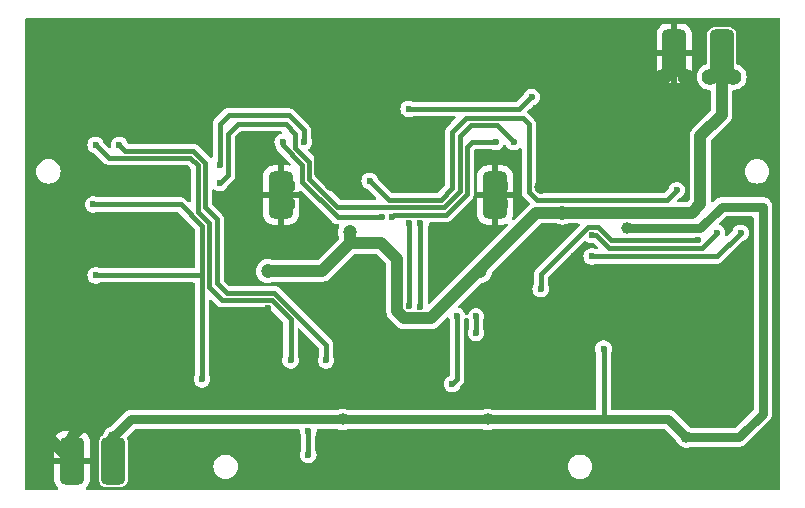
<source format=gbr>
%TF.GenerationSoftware,KiCad,Pcbnew,8.0.3*%
%TF.CreationDate,2024-07-02T20:09:31+01:00*%
%TF.ProjectId,Tims_I2C_Dual_Motor_Driver,54696d73-5f49-4324-935f-4475616c5f4d,rev?*%
%TF.SameCoordinates,Original*%
%TF.FileFunction,Copper,L2,Bot*%
%TF.FilePolarity,Positive*%
%FSLAX46Y46*%
G04 Gerber Fmt 4.6, Leading zero omitted, Abs format (unit mm)*
G04 Created by KiCad (PCBNEW 8.0.3) date 2024-07-02 20:09:31*
%MOMM*%
%LPD*%
G01*
G04 APERTURE LIST*
G04 Aperture macros list*
%AMRoundRect*
0 Rectangle with rounded corners*
0 $1 Rounding radius*
0 $2 $3 $4 $5 $6 $7 $8 $9 X,Y pos of 4 corners*
0 Add a 4 corners polygon primitive as box body*
4,1,4,$2,$3,$4,$5,$6,$7,$8,$9,$2,$3,0*
0 Add four circle primitives for the rounded corners*
1,1,$1+$1,$2,$3*
1,1,$1+$1,$4,$5*
1,1,$1+$1,$6,$7*
1,1,$1+$1,$8,$9*
0 Add four rect primitives between the rounded corners*
20,1,$1+$1,$2,$3,$4,$5,0*
20,1,$1+$1,$4,$5,$6,$7,0*
20,1,$1+$1,$6,$7,$8,$9,0*
20,1,$1+$1,$8,$9,$2,$3,0*%
G04 Aperture macros list end*
%TA.AperFunction,SMDPad,CuDef*%
%ADD10RoundRect,0.400000X-0.600000X1.600000X-0.600000X-1.600000X0.600000X-1.600000X0.600000X1.600000X0*%
%TD*%
%TA.AperFunction,ViaPad*%
%ADD11C,1.400000*%
%TD*%
%TA.AperFunction,ViaPad*%
%ADD12C,1.000000*%
%TD*%
%TA.AperFunction,ViaPad*%
%ADD13C,0.600000*%
%TD*%
%TA.AperFunction,ViaPad*%
%ADD14C,1.200000*%
%TD*%
%TA.AperFunction,Conductor*%
%ADD15C,0.400000*%
%TD*%
%TA.AperFunction,Conductor*%
%ADD16C,1.000000*%
%TD*%
%TA.AperFunction,Conductor*%
%ADD17C,0.800000*%
%TD*%
G04 APERTURE END LIST*
D10*
%TO.P,Pad10,1,1*%
%TO.N,GND*%
X145377500Y-88540000D03*
%TD*%
%TO.P,Pad11,1,1*%
%TO.N,GND*%
X163477500Y-88540000D03*
%TD*%
%TO.P,Pad9,1,1*%
%TO.N,GND*%
X178677500Y-76540000D03*
%TD*%
%TO.P,Pad6,1,1*%
%TO.N,VCC*%
X131177500Y-111040000D03*
%TD*%
%TO.P,Pad8,1,1*%
%TO.N,+VDC*%
X182677500Y-76540000D03*
%TD*%
%TO.P,Pad7,1,1*%
%TO.N,GND*%
X127677500Y-111040000D03*
%TD*%
D11*
%TO.N,GND*%
X129677500Y-78540000D03*
X179677500Y-78540000D03*
X145677500Y-78540000D03*
D12*
X127677500Y-109040000D03*
D11*
X145877500Y-89340000D03*
D13*
X136877500Y-93740000D03*
X170155500Y-93714000D03*
X164677500Y-88540000D03*
D11*
X177677500Y-78540000D03*
X163677500Y-78540000D03*
D13*
X174677500Y-98540000D03*
D14*
X167361500Y-87872000D03*
X149624500Y-87618000D03*
D12*
X171177500Y-106040000D03*
D13*
X158177500Y-88040000D03*
X136877500Y-87740000D03*
D12*
X155677500Y-106040000D03*
D11*
X133677500Y-78540000D03*
D13*
X157177500Y-104040000D03*
D11*
X145877500Y-87740000D03*
X163877500Y-89340000D03*
D13*
X177677500Y-88040000D03*
X146677500Y-88540000D03*
X144277500Y-98140000D03*
D12*
X152477500Y-106040000D03*
D11*
X163877500Y-87740000D03*
D13*
%TO.N,/FWD_REV_A*%
X180677500Y-92340000D03*
X167361500Y-96508000D03*
%TO.N,/MOTOR__A(PWM)*%
X178877500Y-88140000D03*
X152877500Y-87340000D03*
%TO.N,/FWD_REV_B*%
X184277500Y-91740000D03*
X171677500Y-93740000D03*
%TO.N,/MOTOR__B(PWM)*%
X171679500Y-91940000D03*
X182277500Y-91740000D03*
D12*
%TO.N,VCC*%
X162877500Y-107540000D03*
X150597500Y-107540000D03*
X179677500Y-109040000D03*
X174677500Y-91340000D03*
D13*
X156177500Y-81240000D03*
X129677500Y-95340000D03*
D12*
X131177500Y-109040000D03*
D13*
X172677500Y-101540000D03*
X129477500Y-89340000D03*
X166599500Y-80252000D03*
X138677500Y-104140000D03*
%TO.N,/SCL*%
X147677500Y-110540000D03*
X147677500Y-108540000D03*
%TO.N,/STATION_A*%
X146177500Y-102540000D03*
X129677500Y-84290000D03*
%TO.N,/STATION_B*%
X131677500Y-84290000D03*
X149177500Y-102540000D03*
%TO.N,/QUAD_A1*%
X157177500Y-90940000D03*
X157126151Y-97978602D03*
%TO.N,/QUAD_A2*%
X156177500Y-90940000D03*
X156177500Y-97940000D03*
%TO.N,/QUAD_B2*%
X161877500Y-98815000D03*
X161877500Y-100215000D03*
%TO.N,/SWIM*%
X160277500Y-98794000D03*
X159877500Y-104540000D03*
%TO.N,/nFAULT_A*%
X140177500Y-86040000D03*
X147295500Y-84062000D03*
%TO.N,/nFAULT_B*%
X165075500Y-84062000D03*
X140177500Y-87540000D03*
%TO.N,/CURRENT_SENSE_A*%
X153952500Y-90415000D03*
X145517500Y-84062000D03*
%TO.N,/CURRENT_SENSE_B*%
X163551500Y-84062000D03*
X154777500Y-90440000D03*
D14*
%TO.N,+VDC*%
X162253500Y-95013355D03*
X144247500Y-94984000D03*
D11*
X181677500Y-78540000D03*
D14*
X169177500Y-90040000D03*
X151177500Y-91682000D03*
D11*
X183677500Y-78540000D03*
%TD*%
D15*
%TO.N,GND*%
X154477500Y-78540000D02*
X158177500Y-78540000D01*
D16*
X149624500Y-87618000D02*
X148677500Y-86671000D01*
X125477500Y-93740000D02*
X125477500Y-108840000D01*
D15*
X169877500Y-99340000D02*
X169877500Y-106040000D01*
D16*
X148677500Y-78540000D02*
X158177500Y-78540000D01*
X125677500Y-83540000D02*
X127677500Y-85540000D01*
D15*
X154477500Y-84340000D02*
X154477500Y-78540000D01*
D16*
X148677500Y-86671000D02*
X148677500Y-78540000D01*
D15*
X144277500Y-98140000D02*
X144277500Y-106040000D01*
X177677500Y-88040000D02*
X177677500Y-78540000D01*
D16*
X125477500Y-89940000D02*
X125477500Y-93740000D01*
X168885500Y-86348000D02*
X168885500Y-78540000D01*
X129677500Y-78540000D02*
X126677500Y-78540000D01*
D17*
X155677500Y-106040000D02*
X169877500Y-106040000D01*
D16*
X125677500Y-79540000D02*
X125677500Y-83540000D01*
D17*
X155677500Y-106040000D02*
X144277500Y-106040000D01*
X144277500Y-106040000D02*
X130677500Y-106040000D01*
D15*
X174677500Y-98540000D02*
X170677500Y-98540000D01*
D16*
X167361500Y-87872000D02*
X168885500Y-86348000D01*
D15*
X136877500Y-93740000D02*
X125477500Y-93740000D01*
D16*
X126677500Y-78540000D02*
X125677500Y-79540000D01*
D17*
X171177500Y-106040000D02*
X169877500Y-106040000D01*
D15*
X158177500Y-88040000D02*
X154477500Y-84340000D01*
D16*
X158177500Y-78540000D02*
X177677500Y-78540000D01*
D15*
X136877500Y-87740000D02*
X127677500Y-87740000D01*
D17*
X130677500Y-106040000D02*
X127677500Y-109040000D01*
D16*
X127677500Y-85540000D02*
X127677500Y-87740000D01*
X129677500Y-78540000D02*
X148677500Y-78540000D01*
D15*
X170677500Y-98540000D02*
X169877500Y-99340000D01*
D16*
X127677500Y-87740000D02*
X125477500Y-89940000D01*
X125477500Y-108840000D02*
X127677500Y-111040000D01*
D15*
%TO.N,/FWD_REV_A*%
X167361500Y-96508000D02*
X167361500Y-95268050D01*
X167361500Y-95268050D02*
X171389550Y-91240000D01*
X171389550Y-91240000D02*
X172177500Y-91240000D01*
X173277500Y-92340000D02*
X180677500Y-92340000D01*
X172177500Y-91240000D02*
X173277500Y-92340000D01*
%TO.N,/MOTOR__A(PWM)*%
X154477500Y-88940000D02*
X158877500Y-88940000D01*
X178077500Y-88940000D02*
X178877500Y-88140000D01*
X159877500Y-83164000D02*
X161011500Y-82030000D01*
X165837500Y-82030000D02*
X166345500Y-82538000D01*
X166345500Y-88270214D02*
X167015286Y-88940000D01*
X161011500Y-82030000D02*
X165837500Y-82030000D01*
X152877500Y-87340000D02*
X154477500Y-88940000D01*
X158877500Y-88940000D02*
X159877500Y-87940000D01*
X166345500Y-82538000D02*
X166345500Y-88270214D01*
X159877500Y-87940000D02*
X159877500Y-83164000D01*
X167015286Y-88940000D02*
X178077500Y-88940000D01*
%TO.N,/FWD_REV_B*%
X182277500Y-93740000D02*
X184277500Y-91740000D01*
X171677500Y-93740000D02*
X182277500Y-93740000D01*
%TO.N,/MOTOR__B(PWM)*%
X180977500Y-93040000D02*
X182277500Y-91740000D01*
X173128972Y-93040000D02*
X180977500Y-93040000D01*
X172028972Y-91940000D02*
X173128972Y-93040000D01*
X171679500Y-91940000D02*
X172028972Y-91940000D01*
%TO.N,VCC*%
X138677500Y-91140000D02*
X138677500Y-95340000D01*
X129677500Y-95340000D02*
X138677500Y-95340000D01*
D17*
X186177500Y-89540000D02*
X186177500Y-107040000D01*
X186177500Y-107040000D02*
X184177500Y-109040000D01*
D15*
X129477500Y-89340000D02*
X136877500Y-89340000D01*
X166599500Y-80252000D02*
X166543500Y-80252000D01*
D17*
X180877500Y-91340000D02*
X182677500Y-89540000D01*
D15*
X166543500Y-80252000D02*
X165555500Y-81240000D01*
D17*
X182677500Y-89540000D02*
X186177500Y-89540000D01*
X150597500Y-107540000D02*
X132677500Y-107540000D01*
D15*
X172677500Y-101540000D02*
X172677500Y-107540000D01*
X165555500Y-81240000D02*
X156177500Y-81240000D01*
D17*
X162877500Y-107540000D02*
X172677500Y-107540000D01*
X184177500Y-109040000D02*
X179677500Y-109040000D01*
X174677500Y-91340000D02*
X180877500Y-91340000D01*
X178177500Y-107540000D02*
X179677500Y-109040000D01*
D15*
X138677500Y-95340000D02*
X138677500Y-104140000D01*
D17*
X150597500Y-107540000D02*
X162877500Y-107540000D01*
X132677500Y-107540000D02*
X131177500Y-109040000D01*
X172677500Y-107540000D02*
X178177500Y-107540000D01*
D15*
X136877500Y-89340000D02*
X138677500Y-91140000D01*
%TO.N,/SCL*%
X147677500Y-108540000D02*
X147677500Y-110540000D01*
%TO.N,/STATION_A*%
X146177500Y-99050050D02*
X146177500Y-102540000D01*
X137678972Y-85390000D02*
X138327500Y-86038528D01*
X139277500Y-96364000D02*
X140353500Y-97440000D01*
X138327500Y-89941472D02*
X139277500Y-90891472D01*
X139277500Y-90891472D02*
X139277500Y-96364000D01*
X140353500Y-97440000D02*
X144567450Y-97440000D01*
X138327500Y-86038528D02*
X138327500Y-89941472D01*
X129677500Y-84290000D02*
X130777500Y-85390000D01*
X144567450Y-97440000D02*
X146177500Y-99050050D01*
X130777500Y-85390000D02*
X137678972Y-85390000D01*
%TO.N,/STATION_B*%
X140769500Y-96840000D02*
X139929500Y-96000000D01*
X139929500Y-96000000D02*
X139929500Y-90579472D01*
X149177500Y-101201522D02*
X144815978Y-96840000D01*
X139929500Y-90579472D02*
X138927500Y-89577472D01*
X149177500Y-102540000D02*
X149177500Y-101201522D01*
X137927500Y-84790000D02*
X132177500Y-84790000D01*
X138927500Y-85790000D02*
X137927500Y-84790000D01*
X144815978Y-96840000D02*
X140769500Y-96840000D01*
X132177500Y-84790000D02*
X131677500Y-84290000D01*
X138927500Y-89577472D02*
X138927500Y-85790000D01*
%TO.N,/QUAD_A1*%
X157177500Y-97927253D02*
X157177500Y-90940000D01*
X157126151Y-97978602D02*
X157177500Y-97927253D01*
%TO.N,/QUAD_A2*%
X156177500Y-97940000D02*
X156177500Y-90940000D01*
%TO.N,/QUAD_B2*%
X161877500Y-98815000D02*
X161877500Y-100215000D01*
%TO.N,/SWIM*%
X160277500Y-104140000D02*
X159877500Y-104540000D01*
X160277500Y-98794000D02*
X160277500Y-104140000D01*
%TO.N,/nFAULT_A*%
X146025500Y-81776000D02*
X140945500Y-81776000D01*
X140177500Y-82544000D02*
X140177500Y-86040000D01*
X147295500Y-84062000D02*
X147295500Y-83046000D01*
X140945500Y-81776000D02*
X140177500Y-82544000D01*
X147295500Y-83046000D02*
X146025500Y-81776000D01*
%TO.N,/nFAULT_B*%
X140877500Y-83368000D02*
X141707500Y-82538000D01*
X159177500Y-89540000D02*
X160503500Y-88214000D01*
X160503500Y-88214000D02*
X160503500Y-83554000D01*
X140177500Y-87540000D02*
X140877500Y-86840000D01*
X150132286Y-89540000D02*
X159177500Y-89540000D01*
X140877500Y-86840000D02*
X140877500Y-83368000D01*
X147777500Y-87185214D02*
X150132286Y-89540000D01*
X161427500Y-82630000D02*
X163643500Y-82630000D01*
X146577500Y-83344000D02*
X146577500Y-84540000D01*
X146577500Y-84540000D02*
X147777500Y-85740000D01*
X163643500Y-82630000D02*
X165075500Y-84062000D01*
X141707500Y-82538000D02*
X145771500Y-82538000D01*
X145771500Y-82538000D02*
X146577500Y-83344000D01*
X147777500Y-85740000D02*
X147777500Y-87185214D01*
X160503500Y-83554000D02*
X161427500Y-82630000D01*
%TO.N,/CURRENT_SENSE_A*%
X150158758Y-90415000D02*
X147177500Y-87433742D01*
X147177500Y-87433742D02*
X147177500Y-85988528D01*
X147177500Y-85988528D02*
X145517500Y-84328528D01*
X153952500Y-90415000D02*
X150158758Y-90415000D01*
X145517500Y-84328528D02*
X145517500Y-84062000D01*
%TO.N,/CURRENT_SENSE_B*%
X154777500Y-90440000D02*
X154977500Y-90240000D01*
X161519500Y-84062000D02*
X163551500Y-84062000D01*
X159326028Y-90240000D02*
X161103500Y-88462528D01*
X161103500Y-84478000D02*
X161519500Y-84062000D01*
X154977500Y-90240000D02*
X159326028Y-90240000D01*
X161103500Y-88462528D02*
X161103500Y-84478000D01*
D16*
%TO.N,+VDC*%
X162027500Y-94984000D02*
X158032898Y-98978602D01*
X182677500Y-81740000D02*
X180877500Y-83540000D01*
X180877500Y-89340000D02*
X180177500Y-90040000D01*
X183677500Y-78540000D02*
X182677500Y-78540000D01*
X148819500Y-94984000D02*
X144247500Y-94984000D01*
X180177500Y-90040000D02*
X169177500Y-90040000D01*
X155801888Y-98978602D02*
X155177500Y-98354214D01*
X153863500Y-92626000D02*
X151177500Y-92626000D01*
X169177500Y-90040000D02*
X166971500Y-90040000D01*
X151177500Y-92626000D02*
X148819500Y-94984000D01*
X151177500Y-91682000D02*
X151177500Y-92626000D01*
X155177500Y-98354214D02*
X155177500Y-93940000D01*
X182677500Y-78540000D02*
X182677500Y-81740000D01*
X158032898Y-98978602D02*
X155801888Y-98978602D01*
X166971500Y-90040000D02*
X162027500Y-94984000D01*
X180877500Y-83540000D02*
X180877500Y-89340000D01*
X182677500Y-78540000D02*
X181677500Y-78540000D01*
X155177500Y-93940000D02*
X153863500Y-92626000D01*
%TD*%
%TA.AperFunction,Conductor*%
%TO.N,GND*%
G36*
X164373523Y-84269390D02*
G01*
X164422657Y-84319065D01*
X164429442Y-84333924D01*
X164450681Y-84389928D01*
X164450682Y-84389931D01*
X164498271Y-84458874D01*
X164547317Y-84529929D01*
X164640033Y-84612068D01*
X164674650Y-84642736D01*
X164825273Y-84721789D01*
X164825275Y-84721790D01*
X164990444Y-84762500D01*
X165160556Y-84762500D01*
X165325725Y-84721790D01*
X165476352Y-84642734D01*
X165538773Y-84587433D01*
X165602006Y-84557712D01*
X165671269Y-84566896D01*
X165724573Y-84612068D01*
X165744993Y-84678887D01*
X165745000Y-84680249D01*
X165745000Y-88183544D01*
X165744999Y-88183562D01*
X165744999Y-88349268D01*
X165744998Y-88349268D01*
X165744999Y-88349271D01*
X165785923Y-88501999D01*
X165803603Y-88532621D01*
X165847081Y-88607927D01*
X165864979Y-88638928D01*
X165864981Y-88638931D01*
X165983849Y-88757799D01*
X165983855Y-88757804D01*
X166394344Y-89168293D01*
X166427829Y-89229616D01*
X166422845Y-89299308D01*
X166394344Y-89343655D01*
X165110958Y-90627040D01*
X165049635Y-90660525D01*
X164979943Y-90655541D01*
X164924010Y-90613669D01*
X164899593Y-90548205D01*
X164912793Y-90483062D01*
X164922350Y-90464304D01*
X164971315Y-90281564D01*
X164971315Y-90281563D01*
X164977499Y-90202987D01*
X164977500Y-90202975D01*
X164977500Y-88790000D01*
X163727500Y-88790000D01*
X163727500Y-91040000D01*
X164140476Y-91040000D01*
X164140487Y-91039999D01*
X164219063Y-91033815D01*
X164219064Y-91033815D01*
X164401805Y-90984850D01*
X164420565Y-90975292D01*
X164489234Y-90962396D01*
X164553974Y-90988672D01*
X164594232Y-91045778D01*
X164597224Y-91115584D01*
X164564541Y-91173458D01*
X161328036Y-94409964D01*
X157989681Y-97748319D01*
X157928358Y-97781804D01*
X157858666Y-97776820D01*
X157802733Y-97734948D01*
X157778316Y-97669484D01*
X157778000Y-97660638D01*
X157778000Y-91341800D01*
X157797685Y-91274761D01*
X157799929Y-91271389D01*
X157802318Y-91267930D01*
X157862640Y-91108872D01*
X157881985Y-90949552D01*
X157909607Y-90885375D01*
X157967541Y-90846319D01*
X158005081Y-90840500D01*
X159239359Y-90840500D01*
X159239375Y-90840501D01*
X159246971Y-90840501D01*
X159405082Y-90840501D01*
X159405085Y-90840501D01*
X159557813Y-90799577D01*
X159627261Y-90759481D01*
X159694744Y-90720520D01*
X159806548Y-90608716D01*
X159806548Y-90608714D01*
X159816752Y-90598511D01*
X159816756Y-90598506D01*
X160212275Y-90202987D01*
X161977500Y-90202987D01*
X161983684Y-90281563D01*
X161983684Y-90281564D01*
X162032650Y-90464307D01*
X162118537Y-90632873D01*
X162118538Y-90632875D01*
X162237599Y-90779900D01*
X162384624Y-90898961D01*
X162384626Y-90898962D01*
X162553192Y-90984849D01*
X162735936Y-91033815D01*
X162814512Y-91039999D01*
X162814524Y-91040000D01*
X163227500Y-91040000D01*
X163227500Y-88790000D01*
X161977500Y-88790000D01*
X161977500Y-90202987D01*
X160212275Y-90202987D01*
X161462006Y-88953256D01*
X161462011Y-88953252D01*
X161472214Y-88943048D01*
X161472216Y-88943048D01*
X161584020Y-88831244D01*
X161636989Y-88739499D01*
X161663077Y-88694313D01*
X161704001Y-88541585D01*
X161704001Y-88383471D01*
X161704001Y-88375876D01*
X161704000Y-88375858D01*
X161704000Y-86877012D01*
X161977500Y-86877012D01*
X161977500Y-88290000D01*
X163227500Y-88290000D01*
X163727500Y-88290000D01*
X164977500Y-88290000D01*
X164977500Y-86877024D01*
X164977499Y-86877012D01*
X164971315Y-86798436D01*
X164971315Y-86798435D01*
X164922349Y-86615692D01*
X164836462Y-86447126D01*
X164836461Y-86447124D01*
X164717400Y-86300099D01*
X164570375Y-86181038D01*
X164570373Y-86181037D01*
X164401807Y-86095150D01*
X164219063Y-86046184D01*
X164140487Y-86040000D01*
X163727500Y-86040000D01*
X163727500Y-88290000D01*
X163227500Y-88290000D01*
X163227500Y-86040000D01*
X162814512Y-86040000D01*
X162735936Y-86046184D01*
X162735935Y-86046184D01*
X162553192Y-86095150D01*
X162384626Y-86181037D01*
X162384624Y-86181038D01*
X162237599Y-86300099D01*
X162118538Y-86447124D01*
X162118537Y-86447126D01*
X162032650Y-86615692D01*
X161983684Y-86798435D01*
X161983684Y-86798436D01*
X161977500Y-86877012D01*
X161704000Y-86877012D01*
X161704000Y-84786500D01*
X161723685Y-84719461D01*
X161776489Y-84673706D01*
X161828000Y-84662500D01*
X163157746Y-84662500D01*
X163215371Y-84676703D01*
X163301275Y-84721790D01*
X163466444Y-84762500D01*
X163636556Y-84762500D01*
X163801725Y-84721790D01*
X163887628Y-84676704D01*
X163952349Y-84642736D01*
X163952350Y-84642734D01*
X163952352Y-84642734D01*
X164079683Y-84529929D01*
X164176318Y-84389930D01*
X164197558Y-84333923D01*
X164239735Y-84278221D01*
X164305333Y-84254163D01*
X164373523Y-84269390D01*
G37*
%TD.AperFunction*%
%TA.AperFunction,Conductor*%
G36*
X187595039Y-73585185D02*
G01*
X187640794Y-73637989D01*
X187652000Y-73689500D01*
X187652000Y-113390500D01*
X187632315Y-113457539D01*
X187579511Y-113503294D01*
X187528000Y-113514500D01*
X128977860Y-113514500D01*
X128910821Y-113494815D01*
X128865066Y-113442011D01*
X128855122Y-113372853D01*
X128884147Y-113309297D01*
X128899824Y-113294134D01*
X128917400Y-113279900D01*
X129036461Y-113132875D01*
X129036462Y-113132873D01*
X129122349Y-112964307D01*
X129171315Y-112781564D01*
X129171315Y-112781563D01*
X129177499Y-112702987D01*
X129177500Y-112702975D01*
X129177500Y-111290000D01*
X126177500Y-111290000D01*
X126177500Y-112702987D01*
X126183684Y-112781563D01*
X126183684Y-112781564D01*
X126232650Y-112964307D01*
X126318537Y-113132873D01*
X126318538Y-113132875D01*
X126437599Y-113279900D01*
X126455176Y-113294134D01*
X126494887Y-113351621D01*
X126497215Y-113421452D01*
X126461420Y-113481456D01*
X126398866Y-113512582D01*
X126377140Y-113514500D01*
X123827000Y-113514500D01*
X123759961Y-113494815D01*
X123714206Y-113442011D01*
X123703000Y-113390500D01*
X123703000Y-109377012D01*
X126177500Y-109377012D01*
X126177500Y-110790000D01*
X127427500Y-110790000D01*
X127927500Y-110790000D01*
X129177500Y-110790000D01*
X129177500Y-109377024D01*
X129177499Y-109377012D01*
X129171315Y-109298436D01*
X129171315Y-109298435D01*
X129122349Y-109115692D01*
X129036462Y-108947126D01*
X129036461Y-108947124D01*
X128917400Y-108800099D01*
X128770375Y-108681038D01*
X128770373Y-108681037D01*
X128601807Y-108595150D01*
X128419063Y-108546184D01*
X128340487Y-108540000D01*
X127927500Y-108540000D01*
X127927500Y-110790000D01*
X127427500Y-110790000D01*
X127427500Y-108540000D01*
X127014512Y-108540000D01*
X126935936Y-108546184D01*
X126935935Y-108546184D01*
X126753192Y-108595150D01*
X126584626Y-108681037D01*
X126584624Y-108681038D01*
X126437599Y-108800099D01*
X126318538Y-108947124D01*
X126318537Y-108947126D01*
X126232650Y-109115692D01*
X126183684Y-109298435D01*
X126183684Y-109298436D01*
X126177500Y-109377012D01*
X123703000Y-109377012D01*
X123703000Y-89340000D01*
X128771855Y-89340000D01*
X128792359Y-89508869D01*
X128792360Y-89508874D01*
X128852682Y-89667931D01*
X128914975Y-89758177D01*
X128949317Y-89807929D01*
X129055005Y-89901560D01*
X129076650Y-89920736D01*
X129227273Y-89999789D01*
X129227275Y-89999790D01*
X129392444Y-90040500D01*
X129562556Y-90040500D01*
X129727725Y-89999790D01*
X129813628Y-89954703D01*
X129871254Y-89940500D01*
X136577403Y-89940500D01*
X136644442Y-89960185D01*
X136665084Y-89976819D01*
X138040681Y-91352416D01*
X138074166Y-91413739D01*
X138077000Y-91440097D01*
X138077000Y-94615500D01*
X138057315Y-94682539D01*
X138004511Y-94728294D01*
X137953000Y-94739500D01*
X130071254Y-94739500D01*
X130013628Y-94725296D01*
X129969959Y-94702376D01*
X129927724Y-94680209D01*
X129762556Y-94639500D01*
X129592444Y-94639500D01*
X129427273Y-94680210D01*
X129276650Y-94759263D01*
X129149316Y-94872072D01*
X129052682Y-95012068D01*
X128992360Y-95171125D01*
X128992359Y-95171130D01*
X128971855Y-95340000D01*
X128992359Y-95508869D01*
X128992360Y-95508874D01*
X129052682Y-95667931D01*
X129080835Y-95708717D01*
X129149317Y-95807929D01*
X129235747Y-95884499D01*
X129276650Y-95920736D01*
X129407364Y-95989340D01*
X129427275Y-95999790D01*
X129592444Y-96040500D01*
X129762556Y-96040500D01*
X129927725Y-95999790D01*
X130013628Y-95954703D01*
X130071254Y-95940500D01*
X137953000Y-95940500D01*
X138020039Y-95960185D01*
X138065794Y-96012989D01*
X138077000Y-96064500D01*
X138077000Y-103738199D01*
X138057315Y-103805238D01*
X138055051Y-103808638D01*
X138052682Y-103812069D01*
X137992360Y-103971125D01*
X137992359Y-103971130D01*
X137971855Y-104140000D01*
X137992359Y-104308869D01*
X137992360Y-104308874D01*
X138052682Y-104467931D01*
X138080835Y-104508717D01*
X138149317Y-104607929D01*
X138233325Y-104682353D01*
X138276650Y-104720736D01*
X138427273Y-104799789D01*
X138427275Y-104799790D01*
X138592444Y-104840500D01*
X138762556Y-104840500D01*
X138927725Y-104799790D01*
X139068197Y-104726064D01*
X139078349Y-104720736D01*
X139078350Y-104720734D01*
X139078352Y-104720734D01*
X139205683Y-104607929D01*
X139302318Y-104467930D01*
X139362640Y-104308872D01*
X139383145Y-104140000D01*
X139362640Y-103971128D01*
X139302318Y-103812070D01*
X139299948Y-103808637D01*
X139298989Y-103805727D01*
X139298831Y-103805426D01*
X139298881Y-103805399D01*
X139278067Y-103742283D01*
X139278000Y-103738199D01*
X139278000Y-97513097D01*
X139297685Y-97446058D01*
X139350489Y-97400303D01*
X139419647Y-97390359D01*
X139483203Y-97419384D01*
X139489676Y-97425411D01*
X139984784Y-97920520D01*
X140121715Y-97999577D01*
X140274443Y-98040501D01*
X140274446Y-98040501D01*
X140440154Y-98040501D01*
X140440170Y-98040500D01*
X144267353Y-98040500D01*
X144334392Y-98060185D01*
X144355034Y-98076819D01*
X145540681Y-99262466D01*
X145574166Y-99323789D01*
X145577000Y-99350147D01*
X145577000Y-102138199D01*
X145557315Y-102205238D01*
X145555051Y-102208638D01*
X145552682Y-102212069D01*
X145492360Y-102371125D01*
X145492359Y-102371130D01*
X145471855Y-102540000D01*
X145492359Y-102708869D01*
X145492360Y-102708874D01*
X145552682Y-102867931D01*
X145614975Y-102958177D01*
X145649317Y-103007929D01*
X145755005Y-103101560D01*
X145776650Y-103120736D01*
X145927273Y-103199789D01*
X145927275Y-103199790D01*
X146092444Y-103240500D01*
X146262556Y-103240500D01*
X146427725Y-103199790D01*
X146507192Y-103158081D01*
X146578349Y-103120736D01*
X146578350Y-103120734D01*
X146578352Y-103120734D01*
X146705683Y-103007929D01*
X146802318Y-102867930D01*
X146862640Y-102708872D01*
X146883145Y-102540000D01*
X146862640Y-102371128D01*
X146802318Y-102212070D01*
X146799948Y-102208637D01*
X146798989Y-102205727D01*
X146798831Y-102205426D01*
X146798881Y-102205399D01*
X146778067Y-102142283D01*
X146778000Y-102138199D01*
X146778000Y-99950619D01*
X146797685Y-99883580D01*
X146850489Y-99837825D01*
X146919647Y-99827881D01*
X146983203Y-99856906D01*
X146989681Y-99862938D01*
X148540681Y-101413938D01*
X148574166Y-101475261D01*
X148577000Y-101501619D01*
X148577000Y-102138199D01*
X148557315Y-102205238D01*
X148555051Y-102208638D01*
X148552682Y-102212069D01*
X148492360Y-102371125D01*
X148492359Y-102371130D01*
X148471855Y-102540000D01*
X148492359Y-102708869D01*
X148492360Y-102708874D01*
X148552682Y-102867931D01*
X148614975Y-102958177D01*
X148649317Y-103007929D01*
X148755005Y-103101560D01*
X148776650Y-103120736D01*
X148927273Y-103199789D01*
X148927275Y-103199790D01*
X149092444Y-103240500D01*
X149262556Y-103240500D01*
X149427725Y-103199790D01*
X149507192Y-103158081D01*
X149578349Y-103120736D01*
X149578350Y-103120734D01*
X149578352Y-103120734D01*
X149705683Y-103007929D01*
X149802318Y-102867930D01*
X149862640Y-102708872D01*
X149883145Y-102540000D01*
X149862640Y-102371128D01*
X149802318Y-102212070D01*
X149799948Y-102208637D01*
X149798989Y-102205727D01*
X149798831Y-102205426D01*
X149798881Y-102205399D01*
X149778067Y-102142283D01*
X149778000Y-102138199D01*
X149778000Y-101290582D01*
X149778001Y-101290569D01*
X149778001Y-101122466D01*
X149764498Y-101072072D01*
X149737077Y-100969738D01*
X149705763Y-100915500D01*
X149658024Y-100832812D01*
X149658018Y-100832804D01*
X145303568Y-96478355D01*
X145303566Y-96478352D01*
X145184695Y-96359481D01*
X145184694Y-96359480D01*
X145097882Y-96309360D01*
X145097882Y-96309359D01*
X145097878Y-96309358D01*
X145047763Y-96280423D01*
X144895035Y-96239499D01*
X144736921Y-96239499D01*
X144729325Y-96239499D01*
X144729309Y-96239500D01*
X141069597Y-96239500D01*
X141002558Y-96219815D01*
X140981916Y-96203181D01*
X140566319Y-95787584D01*
X140532834Y-95726261D01*
X140530000Y-95699903D01*
X140530000Y-90668531D01*
X140530001Y-90668518D01*
X140530001Y-90500417D01*
X140530001Y-90500415D01*
X140489077Y-90347687D01*
X140450119Y-90280210D01*
X140410020Y-90210756D01*
X140402251Y-90202987D01*
X143877500Y-90202987D01*
X143883684Y-90281563D01*
X143883684Y-90281564D01*
X143932650Y-90464307D01*
X144018537Y-90632873D01*
X144018538Y-90632875D01*
X144137599Y-90779900D01*
X144284624Y-90898961D01*
X144284626Y-90898962D01*
X144453192Y-90984849D01*
X144635936Y-91033815D01*
X144714512Y-91039999D01*
X144714524Y-91040000D01*
X145127500Y-91040000D01*
X145627500Y-91040000D01*
X146040476Y-91040000D01*
X146040487Y-91039999D01*
X146119063Y-91033815D01*
X146119064Y-91033815D01*
X146301807Y-90984849D01*
X146470373Y-90898962D01*
X146470375Y-90898961D01*
X146617400Y-90779900D01*
X146736461Y-90632875D01*
X146736462Y-90632873D01*
X146822349Y-90464307D01*
X146871315Y-90281564D01*
X146871315Y-90281563D01*
X146877499Y-90202987D01*
X146877500Y-90202975D01*
X146877500Y-88790000D01*
X145627500Y-88790000D01*
X145627500Y-91040000D01*
X145127500Y-91040000D01*
X145127500Y-88790000D01*
X143877500Y-88790000D01*
X143877500Y-90202987D01*
X140402251Y-90202987D01*
X140298216Y-90098952D01*
X140298215Y-90098951D01*
X140293885Y-90094621D01*
X140293874Y-90094611D01*
X139564319Y-89365056D01*
X139530834Y-89303733D01*
X139528000Y-89277375D01*
X139528000Y-88175967D01*
X139547685Y-88108928D01*
X139600489Y-88063173D01*
X139669647Y-88053229D01*
X139733203Y-88082254D01*
X139734095Y-88083036D01*
X139763322Y-88108928D01*
X139776650Y-88120736D01*
X139910826Y-88191157D01*
X139927275Y-88199790D01*
X140092444Y-88240500D01*
X140262556Y-88240500D01*
X140427725Y-88199790D01*
X140541644Y-88140000D01*
X140578349Y-88120736D01*
X140578350Y-88120734D01*
X140578352Y-88120734D01*
X140705683Y-88007929D01*
X140802318Y-87867930D01*
X140856121Y-87726060D01*
X140884378Y-87682355D01*
X141236006Y-87330728D01*
X141236011Y-87330724D01*
X141246214Y-87320520D01*
X141246216Y-87320520D01*
X141358020Y-87208716D01*
X141437077Y-87071784D01*
X141478000Y-86919057D01*
X141478000Y-86877012D01*
X143877500Y-86877012D01*
X143877500Y-88290000D01*
X145127500Y-88290000D01*
X145127500Y-86040000D01*
X144714512Y-86040000D01*
X144635936Y-86046184D01*
X144635935Y-86046184D01*
X144453192Y-86095150D01*
X144284626Y-86181037D01*
X144284624Y-86181038D01*
X144137599Y-86300099D01*
X144018538Y-86447124D01*
X144018537Y-86447126D01*
X143932650Y-86615692D01*
X143883684Y-86798435D01*
X143883684Y-86798436D01*
X143877500Y-86877012D01*
X141478000Y-86877012D01*
X141478000Y-83668097D01*
X141497685Y-83601058D01*
X141514319Y-83580416D01*
X141919916Y-83174819D01*
X141981239Y-83141334D01*
X142007597Y-83138500D01*
X145315957Y-83138500D01*
X145382996Y-83158185D01*
X145428751Y-83210989D01*
X145438695Y-83280147D01*
X145409670Y-83343703D01*
X145350892Y-83381477D01*
X145345632Y-83382897D01*
X145267273Y-83402210D01*
X145116650Y-83481263D01*
X144989316Y-83594072D01*
X144892682Y-83734068D01*
X144832360Y-83893125D01*
X144832359Y-83893130D01*
X144811855Y-84062000D01*
X144832359Y-84230869D01*
X144832360Y-84230874D01*
X144892682Y-84389930D01*
X144912518Y-84418668D01*
X144930241Y-84457011D01*
X144957922Y-84560311D01*
X144986858Y-84610428D01*
X144986859Y-84610432D01*
X144986860Y-84610432D01*
X145025121Y-84676704D01*
X145036979Y-84697242D01*
X145036981Y-84697245D01*
X145155849Y-84816113D01*
X145155855Y-84816118D01*
X146171047Y-85831310D01*
X146204532Y-85892633D01*
X146199548Y-85962325D01*
X146157676Y-86018258D01*
X146092212Y-86042675D01*
X146073638Y-86042609D01*
X146040490Y-86040000D01*
X145627500Y-86040000D01*
X145627500Y-88290000D01*
X146877500Y-88290000D01*
X146877500Y-88282339D01*
X146897185Y-88215300D01*
X146949989Y-88169545D01*
X147019147Y-88159601D01*
X147082703Y-88188626D01*
X147089181Y-88194658D01*
X149673897Y-90779374D01*
X149673907Y-90779385D01*
X149678237Y-90783715D01*
X149678238Y-90783716D01*
X149790042Y-90895520D01*
X149790044Y-90895521D01*
X149790048Y-90895524D01*
X149926967Y-90974573D01*
X149926974Y-90974577D01*
X150038777Y-91004534D01*
X150079700Y-91015500D01*
X150079701Y-91015500D01*
X150192415Y-91015500D01*
X150259454Y-91035185D01*
X150305209Y-91087989D01*
X150315153Y-91157147D01*
X150301773Y-91197953D01*
X150248688Y-91297267D01*
X150191475Y-91485870D01*
X150172159Y-91682000D01*
X150191475Y-91878129D01*
X150248687Y-92066730D01*
X150262358Y-92092305D01*
X150277000Y-92150759D01*
X150277000Y-92201638D01*
X150257315Y-92268677D01*
X150240681Y-92289319D01*
X148482819Y-94047181D01*
X148421496Y-94080666D01*
X148395138Y-94083500D01*
X144716259Y-94083500D01*
X144657806Y-94068858D01*
X144648693Y-94063987D01*
X144632230Y-94055187D01*
X144443629Y-93997975D01*
X144247500Y-93978659D01*
X144051370Y-93997975D01*
X143862766Y-94055188D01*
X143688967Y-94148086D01*
X143688960Y-94148090D01*
X143536616Y-94273116D01*
X143411590Y-94425460D01*
X143411586Y-94425467D01*
X143318688Y-94599266D01*
X143261475Y-94787870D01*
X143242159Y-94984000D01*
X143261475Y-95180129D01*
X143318688Y-95368733D01*
X143411586Y-95542532D01*
X143411590Y-95542539D01*
X143536616Y-95694883D01*
X143688960Y-95819909D01*
X143688967Y-95819913D01*
X143862766Y-95912811D01*
X143862769Y-95912811D01*
X143862773Y-95912814D01*
X144051368Y-95970024D01*
X144247500Y-95989341D01*
X144443632Y-95970024D01*
X144632227Y-95912814D01*
X144657806Y-95899141D01*
X144716259Y-95884500D01*
X148908193Y-95884500D01*
X148908194Y-95884499D01*
X149082166Y-95849895D01*
X149164106Y-95815953D01*
X149246047Y-95782013D01*
X149355743Y-95708716D01*
X149393536Y-95683464D01*
X151514180Y-93562818D01*
X151575503Y-93529334D01*
X151601861Y-93526500D01*
X153439138Y-93526500D01*
X153506177Y-93546185D01*
X153526819Y-93562819D01*
X154240681Y-94276680D01*
X154274166Y-94338003D01*
X154277000Y-94364361D01*
X154277000Y-98442910D01*
X154311603Y-98616873D01*
X154311604Y-98616877D01*
X154311605Y-98616880D01*
X154323721Y-98646130D01*
X154337379Y-98679102D01*
X154337378Y-98679102D01*
X154337379Y-98679103D01*
X154379484Y-98780756D01*
X154379485Y-98780758D01*
X154438563Y-98869174D01*
X154438564Y-98869175D01*
X154478034Y-98928248D01*
X155227854Y-99678068D01*
X155286924Y-99717535D01*
X155286927Y-99717538D01*
X155375337Y-99776612D01*
X155375341Y-99776615D01*
X155457281Y-99810555D01*
X155539222Y-99844497D01*
X155713191Y-99879101D01*
X155713195Y-99879102D01*
X155713196Y-99879102D01*
X158121591Y-99879102D01*
X158121592Y-99879101D01*
X158295564Y-99844497D01*
X158377504Y-99810555D01*
X158459445Y-99776615D01*
X158459447Y-99776613D01*
X158459450Y-99776612D01*
X158547853Y-99717541D01*
X158547853Y-99717540D01*
X158547857Y-99717538D01*
X158606934Y-99678066D01*
X159383463Y-98901535D01*
X159444784Y-98868052D01*
X159514475Y-98873036D01*
X159570409Y-98914907D01*
X159591537Y-98959536D01*
X159592358Y-98962867D01*
X159592360Y-98962872D01*
X159652682Y-99121930D01*
X159655049Y-99125360D01*
X159656009Y-99128269D01*
X159656168Y-99128572D01*
X159656117Y-99128598D01*
X159676933Y-99191713D01*
X159677000Y-99195800D01*
X159677000Y-103779151D01*
X159657315Y-103846190D01*
X159610627Y-103888947D01*
X159476649Y-103959265D01*
X159349316Y-104072072D01*
X159252682Y-104212068D01*
X159192360Y-104371125D01*
X159192359Y-104371130D01*
X159171855Y-104540000D01*
X159192359Y-104708869D01*
X159192360Y-104708874D01*
X159252682Y-104867931D01*
X159314975Y-104958177D01*
X159349317Y-105007929D01*
X159455005Y-105101560D01*
X159476650Y-105120736D01*
X159627273Y-105199789D01*
X159627275Y-105199790D01*
X159792444Y-105240500D01*
X159962556Y-105240500D01*
X160127725Y-105199790D01*
X160207192Y-105158081D01*
X160278349Y-105120736D01*
X160278350Y-105120734D01*
X160278352Y-105120734D01*
X160405683Y-105007929D01*
X160502318Y-104867930D01*
X160556121Y-104726060D01*
X160584378Y-104682355D01*
X160636006Y-104630728D01*
X160636011Y-104630724D01*
X160646214Y-104620520D01*
X160646216Y-104620520D01*
X160758020Y-104508716D01*
X160837077Y-104371784D01*
X160878000Y-104219057D01*
X160878000Y-99195800D01*
X160897685Y-99128761D01*
X160899929Y-99125389D01*
X160902318Y-99121930D01*
X160957627Y-98976088D01*
X160999803Y-98920388D01*
X161065400Y-98896330D01*
X161133591Y-98911556D01*
X161182724Y-98961232D01*
X161188877Y-98977170D01*
X161189700Y-98976858D01*
X161247246Y-99128598D01*
X161252682Y-99142930D01*
X161255049Y-99146360D01*
X161256009Y-99149269D01*
X161256168Y-99149572D01*
X161256117Y-99149598D01*
X161276933Y-99212713D01*
X161277000Y-99216800D01*
X161277000Y-99813199D01*
X161257315Y-99880238D01*
X161255051Y-99883638D01*
X161252682Y-99887069D01*
X161192360Y-100046125D01*
X161192359Y-100046130D01*
X161171855Y-100215000D01*
X161192359Y-100383869D01*
X161192360Y-100383874D01*
X161252682Y-100542931D01*
X161314975Y-100633177D01*
X161349317Y-100682929D01*
X161455005Y-100776560D01*
X161476650Y-100795736D01*
X161627273Y-100874789D01*
X161627275Y-100874790D01*
X161792444Y-100915500D01*
X161962556Y-100915500D01*
X162127725Y-100874790D01*
X162207722Y-100832804D01*
X162278349Y-100795736D01*
X162278350Y-100795734D01*
X162278352Y-100795734D01*
X162405683Y-100682929D01*
X162502318Y-100542930D01*
X162562640Y-100383872D01*
X162583145Y-100215000D01*
X162562640Y-100046128D01*
X162502318Y-99887070D01*
X162499948Y-99883637D01*
X162498989Y-99880727D01*
X162498831Y-99880426D01*
X162498881Y-99880399D01*
X162478067Y-99817283D01*
X162478000Y-99813199D01*
X162478000Y-99216800D01*
X162497685Y-99149761D01*
X162499929Y-99146389D01*
X162502318Y-99142930D01*
X162562640Y-98983872D01*
X162583145Y-98815000D01*
X162562640Y-98646128D01*
X162557216Y-98631827D01*
X162502317Y-98487068D01*
X162467976Y-98437318D01*
X162405683Y-98347071D01*
X162278352Y-98234266D01*
X162278349Y-98234263D01*
X162127726Y-98155210D01*
X161962556Y-98114500D01*
X161792444Y-98114500D01*
X161627273Y-98155210D01*
X161476650Y-98234263D01*
X161349316Y-98347072D01*
X161252682Y-98487068D01*
X161252682Y-98487069D01*
X161197373Y-98632909D01*
X161155195Y-98688612D01*
X161089598Y-98712669D01*
X161021407Y-98697442D01*
X160972274Y-98647766D01*
X160966129Y-98631827D01*
X160965300Y-98632142D01*
X160902317Y-98466068D01*
X160820178Y-98347071D01*
X160805683Y-98326071D01*
X160678352Y-98213266D01*
X160678349Y-98213263D01*
X160527726Y-98134210D01*
X160438791Y-98112290D01*
X160378411Y-98077134D01*
X160346622Y-98014915D01*
X160353518Y-97945386D01*
X160380783Y-97904214D01*
X162236329Y-96048668D01*
X162297650Y-96015185D01*
X162311848Y-96012948D01*
X162449632Y-95999379D01*
X162638227Y-95942169D01*
X162641350Y-95940500D01*
X162812032Y-95849268D01*
X162812038Y-95849265D01*
X162964383Y-95724238D01*
X163089410Y-95571893D01*
X163182314Y-95398082D01*
X163239524Y-95209487D01*
X163253093Y-95071709D01*
X163279253Y-95006923D01*
X163288806Y-94996192D01*
X167308181Y-90976819D01*
X167369504Y-90943334D01*
X167395862Y-90940500D01*
X168708741Y-90940500D01*
X168767193Y-90955141D01*
X168792773Y-90968814D01*
X168981368Y-91026024D01*
X169177500Y-91045341D01*
X169373632Y-91026024D01*
X169562227Y-90968814D01*
X169587806Y-90955141D01*
X169646259Y-90940500D01*
X170540453Y-90940500D01*
X170607492Y-90960185D01*
X170653247Y-91012989D01*
X170663191Y-91082147D01*
X170634166Y-91145703D01*
X170628134Y-91152180D01*
X168791172Y-92989142D01*
X166992786Y-94787528D01*
X166880981Y-94899332D01*
X166880980Y-94899334D01*
X166839440Y-94971284D01*
X166801923Y-95036265D01*
X166760999Y-95188993D01*
X166760999Y-95188995D01*
X166760999Y-95357096D01*
X166761000Y-95357109D01*
X166761000Y-96106199D01*
X166741315Y-96173238D01*
X166739051Y-96176638D01*
X166736682Y-96180069D01*
X166676360Y-96339125D01*
X166676359Y-96339130D01*
X166655855Y-96508000D01*
X166676359Y-96676869D01*
X166676360Y-96676874D01*
X166736682Y-96835931D01*
X166798975Y-96926177D01*
X166833317Y-96975929D01*
X166939005Y-97069560D01*
X166960650Y-97088736D01*
X167111273Y-97167789D01*
X167111275Y-97167790D01*
X167276444Y-97208500D01*
X167446556Y-97208500D01*
X167611725Y-97167790D01*
X167691192Y-97126081D01*
X167762349Y-97088736D01*
X167762350Y-97088734D01*
X167762352Y-97088734D01*
X167889683Y-96975929D01*
X167986318Y-96835930D01*
X168046640Y-96676872D01*
X168067145Y-96508000D01*
X168046640Y-96339128D01*
X167986318Y-96180070D01*
X167983948Y-96176637D01*
X167982989Y-96173727D01*
X167982831Y-96173426D01*
X167982881Y-96173399D01*
X167962067Y-96110283D01*
X167962000Y-96106199D01*
X167962000Y-95568146D01*
X167981685Y-95501107D01*
X167998314Y-95480470D01*
X171026116Y-92452667D01*
X171087437Y-92419184D01*
X171157129Y-92424168D01*
X171196021Y-92447533D01*
X171278648Y-92520734D01*
X171429275Y-92599790D01*
X171594444Y-92640500D01*
X171764556Y-92640500D01*
X171789458Y-92634362D01*
X171859261Y-92637431D01*
X171906815Y-92667078D01*
X172167556Y-92927819D01*
X172201041Y-92989142D01*
X172196057Y-93058834D01*
X172154185Y-93114767D01*
X172088721Y-93139184D01*
X172079875Y-93139500D01*
X172071254Y-93139500D01*
X172013628Y-93125296D01*
X171969959Y-93102376D01*
X171927724Y-93080209D01*
X171762556Y-93039500D01*
X171592444Y-93039500D01*
X171427273Y-93080210D01*
X171276650Y-93159263D01*
X171149316Y-93272072D01*
X171052682Y-93412068D01*
X170992360Y-93571125D01*
X170992359Y-93571130D01*
X170971855Y-93740000D01*
X170992359Y-93908869D01*
X170992360Y-93908874D01*
X171052682Y-94067931D01*
X171108010Y-94148086D01*
X171149317Y-94207929D01*
X171226921Y-94276680D01*
X171276650Y-94320736D01*
X171359771Y-94364361D01*
X171427275Y-94399790D01*
X171592444Y-94440500D01*
X171762556Y-94440500D01*
X171927725Y-94399790D01*
X172013628Y-94354703D01*
X172071254Y-94340500D01*
X182190831Y-94340500D01*
X182190847Y-94340501D01*
X182198443Y-94340501D01*
X182356554Y-94340501D01*
X182356557Y-94340501D01*
X182509285Y-94299577D01*
X182559404Y-94270639D01*
X182646216Y-94220520D01*
X182758020Y-94108716D01*
X182758020Y-94108714D01*
X182768228Y-94098507D01*
X182768230Y-94098504D01*
X184422622Y-92444111D01*
X184480624Y-92411398D01*
X184527725Y-92399790D01*
X184678352Y-92320734D01*
X184805683Y-92207929D01*
X184902318Y-92067930D01*
X184962640Y-91908872D01*
X184983145Y-91740000D01*
X184962640Y-91571128D01*
X184902318Y-91412070D01*
X184805683Y-91272071D01*
X184678352Y-91159266D01*
X184678349Y-91159263D01*
X184527726Y-91080210D01*
X184362556Y-91039500D01*
X184192444Y-91039500D01*
X184027273Y-91080210D01*
X183876650Y-91159263D01*
X183760138Y-91262484D01*
X183753994Y-91267928D01*
X183749316Y-91272072D01*
X183652682Y-91412068D01*
X183652682Y-91412069D01*
X183598880Y-91553934D01*
X183570619Y-91597644D01*
X183175718Y-91992545D01*
X183114395Y-92026030D01*
X183044703Y-92021046D01*
X182988770Y-91979174D01*
X182964353Y-91913710D01*
X182964940Y-91889922D01*
X182983145Y-91740000D01*
X182962640Y-91571128D01*
X182902318Y-91412070D01*
X182805683Y-91272071D01*
X182678352Y-91159266D01*
X182678349Y-91159263D01*
X182527725Y-91080209D01*
X182520710Y-91077549D01*
X182521793Y-91074691D01*
X182473483Y-91046517D01*
X182441738Y-90984275D01*
X182448684Y-90914751D01*
X182475916Y-90873661D01*
X182972759Y-90376819D01*
X183034082Y-90343334D01*
X183060440Y-90340500D01*
X185253000Y-90340500D01*
X185320039Y-90360185D01*
X185365794Y-90412989D01*
X185377000Y-90464500D01*
X185377000Y-106657060D01*
X185357315Y-106724099D01*
X185340681Y-106744741D01*
X183882241Y-108203181D01*
X183820918Y-108236666D01*
X183794560Y-108239500D01*
X180119867Y-108239500D01*
X180069431Y-108228779D01*
X179962309Y-108181084D01*
X179925064Y-108155486D01*
X178687791Y-106918212D01*
X178687788Y-106918210D01*
X178556685Y-106830609D01*
X178556672Y-106830602D01*
X178411001Y-106770264D01*
X178410989Y-106770261D01*
X178256345Y-106739500D01*
X178256342Y-106739500D01*
X173402000Y-106739500D01*
X173334961Y-106719815D01*
X173289206Y-106667011D01*
X173278000Y-106615500D01*
X173278000Y-101941800D01*
X173297685Y-101874761D01*
X173299929Y-101871389D01*
X173302318Y-101867930D01*
X173362640Y-101708872D01*
X173383145Y-101540000D01*
X173362640Y-101371128D01*
X173302318Y-101212070D01*
X173205683Y-101072071D01*
X173110816Y-100988026D01*
X173078349Y-100959263D01*
X172927726Y-100880210D01*
X172762556Y-100839500D01*
X172592444Y-100839500D01*
X172427273Y-100880210D01*
X172276650Y-100959263D01*
X172149316Y-101072072D01*
X172052682Y-101212068D01*
X171992360Y-101371125D01*
X171992359Y-101371130D01*
X171971855Y-101540000D01*
X171992359Y-101708869D01*
X171992360Y-101708874D01*
X172052681Y-101867928D01*
X172052682Y-101867930D01*
X172055049Y-101871360D01*
X172056009Y-101874269D01*
X172056168Y-101874572D01*
X172056117Y-101874598D01*
X172076933Y-101937713D01*
X172077000Y-101941800D01*
X172077000Y-106615500D01*
X172057315Y-106682539D01*
X172004511Y-106728294D01*
X171953000Y-106739500D01*
X163319867Y-106739500D01*
X163269431Y-106728779D01*
X163157307Y-106678857D01*
X163157302Y-106678855D01*
X163011501Y-106647865D01*
X162972146Y-106639500D01*
X162782854Y-106639500D01*
X162750397Y-106646398D01*
X162597697Y-106678855D01*
X162597692Y-106678857D01*
X162485569Y-106728779D01*
X162435133Y-106739500D01*
X151039867Y-106739500D01*
X150989431Y-106728779D01*
X150877307Y-106678857D01*
X150877302Y-106678855D01*
X150731501Y-106647865D01*
X150692146Y-106639500D01*
X150502854Y-106639500D01*
X150470397Y-106646398D01*
X150317697Y-106678855D01*
X150317692Y-106678857D01*
X150205569Y-106728779D01*
X150155133Y-106739500D01*
X132598654Y-106739500D01*
X132444009Y-106770261D01*
X132443997Y-106770264D01*
X132401332Y-106787936D01*
X132401333Y-106787937D01*
X132298323Y-106830604D01*
X132298314Y-106830609D01*
X132167212Y-106918209D01*
X132167210Y-106918212D01*
X130929933Y-108155487D01*
X130892689Y-108181085D01*
X130724767Y-108255850D01*
X130724765Y-108255851D01*
X130571629Y-108367111D01*
X130444966Y-108507785D01*
X130350321Y-108671715D01*
X130350319Y-108671719D01*
X130291699Y-108852133D01*
X130252261Y-108909808D01*
X130236891Y-108920545D01*
X130194172Y-108945809D01*
X130194167Y-108945813D01*
X130083313Y-109056666D01*
X130083310Y-109056670D01*
X130003506Y-109191612D01*
X130003505Y-109191615D01*
X129959768Y-109342156D01*
X129959767Y-109342162D01*
X129957000Y-109377324D01*
X129957000Y-112702675D01*
X129959767Y-112737837D01*
X129959768Y-112737843D01*
X130003505Y-112888384D01*
X130003506Y-112888387D01*
X130083310Y-113023329D01*
X130083316Y-113023337D01*
X130194162Y-113134183D01*
X130194166Y-113134186D01*
X130194168Y-113134188D01*
X130329111Y-113213993D01*
X130368813Y-113225527D01*
X130479656Y-113257731D01*
X130479659Y-113257731D01*
X130479661Y-113257732D01*
X130514832Y-113260500D01*
X130514840Y-113260500D01*
X131840160Y-113260500D01*
X131840168Y-113260500D01*
X131875339Y-113257732D01*
X131875341Y-113257731D01*
X131875343Y-113257731D01*
X131915041Y-113246197D01*
X132025889Y-113213993D01*
X132160832Y-113134188D01*
X132271688Y-113023332D01*
X132351493Y-112888389D01*
X132395232Y-112737839D01*
X132398000Y-112702668D01*
X132398000Y-111540000D01*
X139647038Y-111540000D01*
X139666837Y-111741031D01*
X139725478Y-111934345D01*
X139820698Y-112112488D01*
X139820703Y-112112495D01*
X139948852Y-112268647D01*
X140048308Y-112350267D01*
X140105006Y-112396798D01*
X140105009Y-112396799D01*
X140105011Y-112396801D01*
X140283154Y-112492021D01*
X140283156Y-112492021D01*
X140283159Y-112492023D01*
X140476467Y-112550662D01*
X140677500Y-112570462D01*
X140878533Y-112550662D01*
X141071841Y-112492023D01*
X141249994Y-112396798D01*
X141406147Y-112268647D01*
X141534298Y-112112494D01*
X141629523Y-111934341D01*
X141688162Y-111741033D01*
X141707962Y-111540000D01*
X169647038Y-111540000D01*
X169666837Y-111741031D01*
X169725478Y-111934345D01*
X169820698Y-112112488D01*
X169820703Y-112112495D01*
X169948852Y-112268647D01*
X170048308Y-112350267D01*
X170105006Y-112396798D01*
X170105009Y-112396799D01*
X170105011Y-112396801D01*
X170283154Y-112492021D01*
X170283156Y-112492021D01*
X170283159Y-112492023D01*
X170476467Y-112550662D01*
X170677500Y-112570462D01*
X170878533Y-112550662D01*
X171071841Y-112492023D01*
X171249994Y-112396798D01*
X171406147Y-112268647D01*
X171534298Y-112112494D01*
X171629523Y-111934341D01*
X171688162Y-111741033D01*
X171707962Y-111540000D01*
X171688162Y-111338967D01*
X171629523Y-111145659D01*
X171629521Y-111145656D01*
X171629521Y-111145654D01*
X171534301Y-110967511D01*
X171534299Y-110967509D01*
X171534298Y-110967506D01*
X171495324Y-110920016D01*
X171406147Y-110811352D01*
X171249995Y-110683203D01*
X171249988Y-110683198D01*
X171071845Y-110587978D01*
X170878531Y-110529337D01*
X170677500Y-110509538D01*
X170476468Y-110529337D01*
X170283154Y-110587978D01*
X170105011Y-110683198D01*
X170105004Y-110683203D01*
X169948852Y-110811352D01*
X169820703Y-110967504D01*
X169820698Y-110967511D01*
X169725478Y-111145654D01*
X169666837Y-111338968D01*
X169647038Y-111540000D01*
X141707962Y-111540000D01*
X141688162Y-111338967D01*
X141629523Y-111145659D01*
X141629521Y-111145656D01*
X141629521Y-111145654D01*
X141534301Y-110967511D01*
X141534299Y-110967509D01*
X141534298Y-110967506D01*
X141495324Y-110920016D01*
X141406147Y-110811352D01*
X141249995Y-110683203D01*
X141249988Y-110683198D01*
X141071845Y-110587978D01*
X140878531Y-110529337D01*
X140677500Y-110509538D01*
X140476468Y-110529337D01*
X140283154Y-110587978D01*
X140105011Y-110683198D01*
X140105004Y-110683203D01*
X139948852Y-110811352D01*
X139820703Y-110967504D01*
X139820698Y-110967511D01*
X139725478Y-111145654D01*
X139666837Y-111338968D01*
X139647038Y-111540000D01*
X132398000Y-111540000D01*
X132398000Y-109377332D01*
X132395232Y-109342161D01*
X132395231Y-109342156D01*
X132351495Y-109191615D01*
X132351493Y-109191611D01*
X132328534Y-109152789D01*
X132311352Y-109085069D01*
X132333512Y-109018806D01*
X132347580Y-109001996D01*
X132972759Y-108376819D01*
X133034082Y-108343334D01*
X133060440Y-108340500D01*
X146856112Y-108340500D01*
X146923151Y-108360185D01*
X146968906Y-108412989D01*
X146979208Y-108479447D01*
X146971855Y-108540000D01*
X146992359Y-108708869D01*
X146992360Y-108708874D01*
X147046691Y-108852133D01*
X147052682Y-108867930D01*
X147055049Y-108871360D01*
X147056009Y-108874269D01*
X147056168Y-108874572D01*
X147056117Y-108874598D01*
X147076933Y-108937713D01*
X147077000Y-108941800D01*
X147077000Y-110138199D01*
X147057315Y-110205238D01*
X147055051Y-110208638D01*
X147052682Y-110212069D01*
X146992360Y-110371125D01*
X146992359Y-110371130D01*
X146971855Y-110540000D01*
X146992359Y-110708869D01*
X146992360Y-110708874D01*
X147052682Y-110867931D01*
X147114975Y-110958177D01*
X147149317Y-111007929D01*
X147255005Y-111101560D01*
X147276650Y-111120736D01*
X147364942Y-111167075D01*
X147427275Y-111199790D01*
X147592444Y-111240500D01*
X147762556Y-111240500D01*
X147927725Y-111199790D01*
X148030862Y-111145659D01*
X148078349Y-111120736D01*
X148078350Y-111120734D01*
X148078352Y-111120734D01*
X148205683Y-111007929D01*
X148302318Y-110867930D01*
X148362640Y-110708872D01*
X148383145Y-110540000D01*
X148362640Y-110371128D01*
X148302318Y-110212070D01*
X148299948Y-110208637D01*
X148298989Y-110205727D01*
X148298831Y-110205426D01*
X148298881Y-110205399D01*
X148278067Y-110142283D01*
X148278000Y-110138199D01*
X148278000Y-108941800D01*
X148297685Y-108874761D01*
X148299929Y-108871389D01*
X148302318Y-108867930D01*
X148362640Y-108708872D01*
X148383145Y-108540000D01*
X148375792Y-108479445D01*
X148387252Y-108410524D01*
X148434156Y-108358737D01*
X148498888Y-108340500D01*
X150155133Y-108340500D01*
X150205569Y-108351221D01*
X150317692Y-108401142D01*
X150317697Y-108401144D01*
X150502854Y-108440500D01*
X150502855Y-108440500D01*
X150692144Y-108440500D01*
X150692146Y-108440500D01*
X150877303Y-108401144D01*
X150953739Y-108367112D01*
X150989431Y-108351221D01*
X151039867Y-108340500D01*
X162435133Y-108340500D01*
X162485569Y-108351221D01*
X162597692Y-108401142D01*
X162597697Y-108401144D01*
X162782854Y-108440500D01*
X162782855Y-108440500D01*
X162972144Y-108440500D01*
X162972146Y-108440500D01*
X163157303Y-108401144D01*
X163233739Y-108367112D01*
X163269431Y-108351221D01*
X163319867Y-108340500D01*
X172598658Y-108340500D01*
X177794560Y-108340500D01*
X177861599Y-108360185D01*
X177882241Y-108376819D01*
X178798762Y-109293340D01*
X178829012Y-109342703D01*
X178850318Y-109408277D01*
X178850321Y-109408284D01*
X178944967Y-109572216D01*
X179025619Y-109661789D01*
X179071629Y-109712888D01*
X179224765Y-109824148D01*
X179224770Y-109824151D01*
X179397692Y-109901142D01*
X179397697Y-109901144D01*
X179582854Y-109940500D01*
X179582855Y-109940500D01*
X179772144Y-109940500D01*
X179772146Y-109940500D01*
X179957303Y-109901144D01*
X180069431Y-109851221D01*
X180119867Y-109840500D01*
X184256344Y-109840500D01*
X184256345Y-109840499D01*
X184410997Y-109809737D01*
X184556679Y-109749394D01*
X184687789Y-109661789D01*
X186799289Y-107550289D01*
X186858844Y-107461158D01*
X186886894Y-107419179D01*
X186947237Y-107273497D01*
X186978000Y-107118842D01*
X186978000Y-89461158D01*
X186978000Y-89461155D01*
X186977999Y-89461153D01*
X186954627Y-89343655D01*
X186947237Y-89306503D01*
X186935172Y-89277375D01*
X186886897Y-89160827D01*
X186886890Y-89160814D01*
X186799289Y-89029711D01*
X186799286Y-89029707D01*
X186687791Y-88918212D01*
X186687788Y-88918210D01*
X186556685Y-88830609D01*
X186556672Y-88830602D01*
X186411001Y-88770264D01*
X186410989Y-88770261D01*
X186256345Y-88739500D01*
X186256342Y-88739500D01*
X182756342Y-88739500D01*
X182598657Y-88739500D01*
X182598654Y-88739500D01*
X182444009Y-88770261D01*
X182444001Y-88770263D01*
X182419474Y-88780423D01*
X182419473Y-88780423D01*
X182298327Y-88830602D01*
X182298314Y-88830609D01*
X182167212Y-88918209D01*
X182167210Y-88918212D01*
X181989681Y-89095741D01*
X181928358Y-89129226D01*
X181858666Y-89124242D01*
X181802733Y-89082370D01*
X181778316Y-89016906D01*
X181778000Y-89008060D01*
X181778000Y-86540000D01*
X184647038Y-86540000D01*
X184666837Y-86741031D01*
X184725478Y-86934345D01*
X184820698Y-87112488D01*
X184820703Y-87112495D01*
X184948852Y-87268647D01*
X185024494Y-87330724D01*
X185105006Y-87396798D01*
X185105009Y-87396799D01*
X185105011Y-87396801D01*
X185283154Y-87492021D01*
X185283156Y-87492021D01*
X185283159Y-87492023D01*
X185476467Y-87550662D01*
X185677500Y-87570462D01*
X185878533Y-87550662D01*
X186071841Y-87492023D01*
X186249994Y-87396798D01*
X186406147Y-87268647D01*
X186534298Y-87112494D01*
X186629523Y-86934341D01*
X186688162Y-86741033D01*
X186707962Y-86540000D01*
X186688162Y-86338967D01*
X186629523Y-86145659D01*
X186629521Y-86145656D01*
X186629521Y-86145654D01*
X186534301Y-85967511D01*
X186534299Y-85967509D01*
X186534298Y-85967506D01*
X186486670Y-85909471D01*
X186406147Y-85811352D01*
X186249995Y-85683203D01*
X186249988Y-85683198D01*
X186071845Y-85587978D01*
X185878531Y-85529337D01*
X185677500Y-85509538D01*
X185476468Y-85529337D01*
X185283154Y-85587978D01*
X185105011Y-85683198D01*
X185105004Y-85683203D01*
X184948852Y-85811352D01*
X184820703Y-85967504D01*
X184820698Y-85967511D01*
X184725478Y-86145654D01*
X184666837Y-86338968D01*
X184647038Y-86540000D01*
X181778000Y-86540000D01*
X181778000Y-83964361D01*
X181797685Y-83897322D01*
X181814319Y-83876680D01*
X183376957Y-82314042D01*
X183376963Y-82314036D01*
X183378180Y-82312215D01*
X183382189Y-82306216D01*
X183475509Y-82166553D01*
X183475509Y-82166552D01*
X183475513Y-82166547D01*
X183543394Y-82002666D01*
X183578000Y-81828691D01*
X183578000Y-79764500D01*
X183597685Y-79697461D01*
X183650489Y-79651706D01*
X183702000Y-79640500D01*
X183779474Y-79640500D01*
X183779476Y-79640500D01*
X183979956Y-79603024D01*
X184170137Y-79529348D01*
X184343541Y-79421981D01*
X184494264Y-79284579D01*
X184617173Y-79121821D01*
X184708082Y-78939250D01*
X184763897Y-78743083D01*
X184782715Y-78540000D01*
X184763897Y-78336917D01*
X184708082Y-78140750D01*
X184617173Y-77958179D01*
X184494264Y-77795421D01*
X184494262Y-77795418D01*
X184343541Y-77658019D01*
X184343539Y-77658017D01*
X184170142Y-77550655D01*
X184170135Y-77550651D01*
X184094372Y-77521300D01*
X183979956Y-77476976D01*
X183979954Y-77476975D01*
X183977206Y-77475911D01*
X183921805Y-77433338D01*
X183898214Y-77367571D01*
X183898000Y-77360284D01*
X183898000Y-74877339D01*
X183897999Y-74877324D01*
X183897975Y-74877024D01*
X183895232Y-74842161D01*
X183882528Y-74798435D01*
X183851494Y-74691615D01*
X183851493Y-74691612D01*
X183851493Y-74691611D01*
X183771688Y-74556668D01*
X183771686Y-74556666D01*
X183771683Y-74556662D01*
X183660837Y-74445816D01*
X183660829Y-74445810D01*
X183525887Y-74366006D01*
X183525884Y-74366005D01*
X183375343Y-74322268D01*
X183375337Y-74322267D01*
X183340175Y-74319500D01*
X183340168Y-74319500D01*
X182014832Y-74319500D01*
X182014824Y-74319500D01*
X181979662Y-74322267D01*
X181979656Y-74322268D01*
X181829115Y-74366005D01*
X181829112Y-74366006D01*
X181694170Y-74445810D01*
X181694162Y-74445816D01*
X181583316Y-74556662D01*
X181583310Y-74556670D01*
X181503506Y-74691612D01*
X181503505Y-74691615D01*
X181459768Y-74842156D01*
X181459767Y-74842162D01*
X181457000Y-74877324D01*
X181457000Y-77360284D01*
X181437315Y-77427323D01*
X181384511Y-77473078D01*
X181377794Y-77475911D01*
X181375045Y-77476975D01*
X181375044Y-77476976D01*
X181307865Y-77503000D01*
X181184864Y-77550651D01*
X181184857Y-77550655D01*
X181011460Y-77658017D01*
X181011458Y-77658019D01*
X180860737Y-77795418D01*
X180737827Y-77958178D01*
X180646922Y-78140739D01*
X180646917Y-78140752D01*
X180591102Y-78336917D01*
X180572285Y-78539999D01*
X180572285Y-78540000D01*
X180591102Y-78743082D01*
X180646917Y-78939247D01*
X180646922Y-78939260D01*
X180737827Y-79121821D01*
X180860737Y-79284581D01*
X181011458Y-79421980D01*
X181011460Y-79421982D01*
X181110641Y-79483392D01*
X181184863Y-79529348D01*
X181375044Y-79603024D01*
X181575524Y-79640500D01*
X181653000Y-79640500D01*
X181720039Y-79660185D01*
X181765794Y-79712989D01*
X181777000Y-79764500D01*
X181777000Y-81315637D01*
X181757315Y-81382676D01*
X181740681Y-81403318D01*
X180178038Y-82965960D01*
X180178037Y-82965961D01*
X180156153Y-82998715D01*
X180156152Y-82998716D01*
X180079490Y-83113447D01*
X180079483Y-83113460D01*
X180066627Y-83144500D01*
X180066627Y-83144501D01*
X180011605Y-83277333D01*
X180011603Y-83277341D01*
X179977845Y-83447053D01*
X179977846Y-83447054D01*
X179977000Y-83451307D01*
X179977000Y-88915638D01*
X179957315Y-88982677D01*
X179940681Y-89003319D01*
X179840819Y-89103181D01*
X179779496Y-89136666D01*
X179753138Y-89139500D01*
X179026596Y-89139500D01*
X178959557Y-89119815D01*
X178913802Y-89067011D01*
X178903858Y-88997853D01*
X178932883Y-88934297D01*
X178938895Y-88927838D01*
X179022623Y-88844110D01*
X179080624Y-88811398D01*
X179127725Y-88799790D01*
X179278352Y-88720734D01*
X179405683Y-88607929D01*
X179502318Y-88467930D01*
X179562640Y-88308872D01*
X179583145Y-88140000D01*
X179562640Y-87971128D01*
X179502318Y-87812070D01*
X179499458Y-87807927D01*
X179412780Y-87682353D01*
X179405683Y-87672071D01*
X179278352Y-87559266D01*
X179278349Y-87559263D01*
X179127726Y-87480210D01*
X178962556Y-87439500D01*
X178792444Y-87439500D01*
X178627273Y-87480210D01*
X178476650Y-87559263D01*
X178349316Y-87672072D01*
X178252682Y-87812068D01*
X178252682Y-87812069D01*
X178198880Y-87953934D01*
X178170619Y-87997644D01*
X177865082Y-88303182D01*
X177803761Y-88336666D01*
X177777403Y-88339500D01*
X167315383Y-88339500D01*
X167248344Y-88319815D01*
X167227702Y-88303181D01*
X166982319Y-88057798D01*
X166948834Y-87996475D01*
X166946000Y-87970117D01*
X166946000Y-82458945D01*
X166946000Y-82458943D01*
X166905077Y-82306216D01*
X166829486Y-82175287D01*
X166826024Y-82169290D01*
X166826021Y-82169286D01*
X166826020Y-82169284D01*
X166714216Y-82057480D01*
X166714215Y-82057479D01*
X166709885Y-82053149D01*
X166709874Y-82053139D01*
X166325090Y-81668355D01*
X166325088Y-81668352D01*
X166238416Y-81581680D01*
X166204931Y-81520357D01*
X166209915Y-81450665D01*
X166238416Y-81406318D01*
X166428311Y-81216423D01*
X166670304Y-80974429D01*
X166728306Y-80941716D01*
X166849725Y-80911790D01*
X167000352Y-80832734D01*
X167127683Y-80719929D01*
X167224318Y-80579930D01*
X167284640Y-80420872D01*
X167305145Y-80252000D01*
X167284640Y-80083128D01*
X167224318Y-79924070D01*
X167127683Y-79784071D01*
X167000352Y-79671266D01*
X167000349Y-79671263D01*
X166849726Y-79592210D01*
X166684556Y-79551500D01*
X166514444Y-79551500D01*
X166349273Y-79592210D01*
X166198650Y-79671263D01*
X166071316Y-79784072D01*
X165974682Y-79924068D01*
X165974681Y-79924071D01*
X165955091Y-79975724D01*
X165926831Y-80019432D01*
X165343084Y-80603181D01*
X165281761Y-80636666D01*
X165255403Y-80639500D01*
X156571254Y-80639500D01*
X156513628Y-80625296D01*
X156469959Y-80602376D01*
X156427724Y-80580209D01*
X156262556Y-80539500D01*
X156092444Y-80539500D01*
X155927273Y-80580210D01*
X155776650Y-80659263D01*
X155649316Y-80772072D01*
X155552682Y-80912068D01*
X155492360Y-81071125D01*
X155492359Y-81071130D01*
X155471855Y-81240000D01*
X155492359Y-81408869D01*
X155492360Y-81408874D01*
X155552682Y-81567931D01*
X155614975Y-81658177D01*
X155649317Y-81707929D01*
X155755005Y-81801560D01*
X155776650Y-81820736D01*
X155927273Y-81899789D01*
X155927275Y-81899790D01*
X156092444Y-81940500D01*
X156262556Y-81940500D01*
X156427725Y-81899790D01*
X156513628Y-81854703D01*
X156571254Y-81840500D01*
X160052403Y-81840500D01*
X160119442Y-81860185D01*
X160165197Y-81912989D01*
X160175141Y-81982147D01*
X160146116Y-82045703D01*
X160140087Y-82052177D01*
X159733321Y-82458943D01*
X159508786Y-82683478D01*
X159396981Y-82795282D01*
X159396979Y-82795285D01*
X159346861Y-82882094D01*
X159346859Y-82882096D01*
X159317925Y-82932209D01*
X159317924Y-82932210D01*
X159302044Y-82991472D01*
X159276999Y-83084943D01*
X159276999Y-83084945D01*
X159276999Y-83253046D01*
X159277000Y-83253059D01*
X159277000Y-87639902D01*
X159257315Y-87706941D01*
X159240681Y-87727583D01*
X158665084Y-88303181D01*
X158603761Y-88336666D01*
X158577403Y-88339500D01*
X154777598Y-88339500D01*
X154710559Y-88319815D01*
X154689917Y-88303181D01*
X153584380Y-87197644D01*
X153556119Y-87153934D01*
X153540403Y-87112495D01*
X153502318Y-87012070D01*
X153405683Y-86872071D01*
X153278352Y-86759266D01*
X153278349Y-86759263D01*
X153127726Y-86680210D01*
X152962556Y-86639500D01*
X152792444Y-86639500D01*
X152627273Y-86680210D01*
X152476650Y-86759263D01*
X152349316Y-86872072D01*
X152252682Y-87012068D01*
X152192360Y-87171125D01*
X152192359Y-87171130D01*
X152171855Y-87340000D01*
X152192359Y-87508869D01*
X152192360Y-87508874D01*
X152252682Y-87667931D01*
X152280942Y-87708872D01*
X152349317Y-87807929D01*
X152476648Y-87920734D01*
X152627275Y-87999790D01*
X152674371Y-88011397D01*
X152732378Y-88044113D01*
X153416083Y-88727819D01*
X153449568Y-88789142D01*
X153444584Y-88858834D01*
X153402712Y-88914767D01*
X153337248Y-88939184D01*
X153328402Y-88939500D01*
X150432383Y-88939500D01*
X150365344Y-88919815D01*
X150344702Y-88903181D01*
X148414319Y-86972798D01*
X148380834Y-86911475D01*
X148378000Y-86885117D01*
X148378000Y-85660945D01*
X148377998Y-85660936D01*
X148372303Y-85639679D01*
X148337077Y-85508215D01*
X148296554Y-85438028D01*
X148296554Y-85438026D01*
X148258024Y-85371290D01*
X148258021Y-85371286D01*
X148258020Y-85371284D01*
X148146216Y-85259480D01*
X148146215Y-85259479D01*
X148141885Y-85255149D01*
X148141874Y-85255139D01*
X147701008Y-84814273D01*
X147667523Y-84752950D01*
X147672507Y-84683258D01*
X147706459Y-84633779D01*
X147823683Y-84529929D01*
X147920318Y-84389930D01*
X147980640Y-84230872D01*
X148001145Y-84062000D01*
X147980640Y-83893128D01*
X147920318Y-83734070D01*
X147917948Y-83730637D01*
X147916989Y-83727727D01*
X147916831Y-83727426D01*
X147916881Y-83727399D01*
X147896067Y-83664283D01*
X147896000Y-83660199D01*
X147896000Y-82966943D01*
X147895999Y-82966939D01*
X147886694Y-82932210D01*
X147879863Y-82906716D01*
X147855077Y-82814215D01*
X147853647Y-82811739D01*
X147835818Y-82780858D01*
X147813376Y-82741987D01*
X147776020Y-82677284D01*
X147664216Y-82565480D01*
X147664215Y-82565479D01*
X147659885Y-82561149D01*
X147659874Y-82561139D01*
X146513090Y-81414355D01*
X146513088Y-81414352D01*
X146394217Y-81295481D01*
X146394216Y-81295480D01*
X146298121Y-81240000D01*
X146257285Y-81216423D01*
X146104557Y-81175499D01*
X145946443Y-81175499D01*
X145938847Y-81175499D01*
X145938831Y-81175500D01*
X141032169Y-81175500D01*
X141032153Y-81175499D01*
X141024557Y-81175499D01*
X140866443Y-81175499D01*
X140751897Y-81206192D01*
X140713714Y-81216423D01*
X140672879Y-81240000D01*
X140672878Y-81240000D01*
X140576787Y-81295477D01*
X140576782Y-81295481D01*
X139696981Y-82175282D01*
X139696977Y-82175287D01*
X139650079Y-82256519D01*
X139650079Y-82256520D01*
X139617923Y-82312214D01*
X139617923Y-82312215D01*
X139576999Y-82464943D01*
X139576999Y-82464945D01*
X139576999Y-82633046D01*
X139577000Y-82633059D01*
X139577000Y-85290902D01*
X139557315Y-85357941D01*
X139504511Y-85403696D01*
X139435353Y-85413640D01*
X139371797Y-85384615D01*
X139365319Y-85378583D01*
X138415090Y-84428355D01*
X138415088Y-84428352D01*
X138296217Y-84309481D01*
X138296216Y-84309480D01*
X138209404Y-84259360D01*
X138209404Y-84259359D01*
X138209400Y-84259358D01*
X138159285Y-84230423D01*
X138006557Y-84189499D01*
X137848443Y-84189499D01*
X137840847Y-84189499D01*
X137840831Y-84189500D01*
X132477598Y-84189500D01*
X132410559Y-84169815D01*
X132389917Y-84153181D01*
X132384380Y-84147644D01*
X132356119Y-84103934D01*
X132302317Y-83962068D01*
X132226264Y-83851888D01*
X132205683Y-83822071D01*
X132099190Y-83727727D01*
X132078349Y-83709263D01*
X131927726Y-83630210D01*
X131762556Y-83589500D01*
X131592444Y-83589500D01*
X131427273Y-83630210D01*
X131276650Y-83709263D01*
X131149316Y-83822072D01*
X131052682Y-83962068D01*
X130992360Y-84121125D01*
X130992359Y-84121130D01*
X130971855Y-84290000D01*
X130990058Y-84439919D01*
X130978597Y-84508842D01*
X130931693Y-84560628D01*
X130864238Y-84578835D01*
X130797647Y-84557682D01*
X130779281Y-84542546D01*
X130384380Y-84147645D01*
X130356119Y-84103934D01*
X130340216Y-84062000D01*
X130302318Y-83962070D01*
X130205683Y-83822071D01*
X130099190Y-83727727D01*
X130078349Y-83709263D01*
X129927726Y-83630210D01*
X129762556Y-83589500D01*
X129592444Y-83589500D01*
X129427273Y-83630210D01*
X129276650Y-83709263D01*
X129149316Y-83822072D01*
X129052682Y-83962068D01*
X128992360Y-84121125D01*
X128992359Y-84121130D01*
X128971855Y-84290000D01*
X128992359Y-84458869D01*
X128992360Y-84458874D01*
X129052682Y-84617931D01*
X129109451Y-84700174D01*
X129149317Y-84757929D01*
X129276648Y-84870734D01*
X129427275Y-84949790D01*
X129474371Y-84961397D01*
X129532378Y-84994113D01*
X130292639Y-85754374D01*
X130292649Y-85754385D01*
X130296979Y-85758715D01*
X130296980Y-85758716D01*
X130408784Y-85870520D01*
X130408786Y-85870521D01*
X130408790Y-85870524D01*
X130476245Y-85909469D01*
X130476249Y-85909470D01*
X130476250Y-85909471D01*
X130545715Y-85949577D01*
X130698443Y-85990501D01*
X130698446Y-85990501D01*
X130864153Y-85990501D01*
X130864169Y-85990500D01*
X137378875Y-85990500D01*
X137445914Y-86010185D01*
X137466556Y-86026819D01*
X137690681Y-86250944D01*
X137724166Y-86312267D01*
X137727000Y-86338625D01*
X137727000Y-89040903D01*
X137707315Y-89107942D01*
X137654511Y-89153697D01*
X137585353Y-89163641D01*
X137521797Y-89134616D01*
X137515319Y-89128584D01*
X137365090Y-88978355D01*
X137365088Y-88978352D01*
X137246217Y-88859481D01*
X137246216Y-88859480D01*
X137159404Y-88809360D01*
X137159404Y-88809359D01*
X137159400Y-88809358D01*
X137109285Y-88780423D01*
X136956557Y-88739499D01*
X136798443Y-88739499D01*
X136790847Y-88739499D01*
X136790831Y-88739500D01*
X129871254Y-88739500D01*
X129813628Y-88725296D01*
X129769959Y-88702376D01*
X129727724Y-88680209D01*
X129562556Y-88639500D01*
X129392444Y-88639500D01*
X129227273Y-88680210D01*
X129076650Y-88759263D01*
X128949316Y-88872072D01*
X128852682Y-89012068D01*
X128792360Y-89171125D01*
X128792359Y-89171130D01*
X128771855Y-89340000D01*
X123703000Y-89340000D01*
X123703000Y-86540000D01*
X124647038Y-86540000D01*
X124666837Y-86741031D01*
X124725478Y-86934345D01*
X124820698Y-87112488D01*
X124820703Y-87112495D01*
X124948852Y-87268647D01*
X125024494Y-87330724D01*
X125105006Y-87396798D01*
X125105009Y-87396799D01*
X125105011Y-87396801D01*
X125283154Y-87492021D01*
X125283156Y-87492021D01*
X125283159Y-87492023D01*
X125476467Y-87550662D01*
X125677500Y-87570462D01*
X125878533Y-87550662D01*
X126071841Y-87492023D01*
X126249994Y-87396798D01*
X126406147Y-87268647D01*
X126534298Y-87112494D01*
X126629523Y-86934341D01*
X126688162Y-86741033D01*
X126707962Y-86540000D01*
X126688162Y-86338967D01*
X126629523Y-86145659D01*
X126629521Y-86145656D01*
X126629521Y-86145654D01*
X126534301Y-85967511D01*
X126534299Y-85967509D01*
X126534298Y-85967506D01*
X126486670Y-85909471D01*
X126406147Y-85811352D01*
X126249995Y-85683203D01*
X126249988Y-85683198D01*
X126071845Y-85587978D01*
X125878531Y-85529337D01*
X125677500Y-85509538D01*
X125476468Y-85529337D01*
X125283154Y-85587978D01*
X125105011Y-85683198D01*
X125105004Y-85683203D01*
X124948852Y-85811352D01*
X124820703Y-85967504D01*
X124820698Y-85967511D01*
X124725478Y-86145654D01*
X124666837Y-86338968D01*
X124647038Y-86540000D01*
X123703000Y-86540000D01*
X123703000Y-78202987D01*
X177177500Y-78202987D01*
X177183684Y-78281563D01*
X177183684Y-78281564D01*
X177232650Y-78464307D01*
X177318537Y-78632873D01*
X177318538Y-78632875D01*
X177437599Y-78779900D01*
X177584624Y-78898961D01*
X177584626Y-78898962D01*
X177753192Y-78984849D01*
X177935936Y-79033815D01*
X178014512Y-79039999D01*
X178014524Y-79040000D01*
X178427500Y-79040000D01*
X178927500Y-79040000D01*
X179340476Y-79040000D01*
X179340487Y-79039999D01*
X179419063Y-79033815D01*
X179419064Y-79033815D01*
X179601807Y-78984849D01*
X179770373Y-78898962D01*
X179770375Y-78898961D01*
X179917400Y-78779900D01*
X180036461Y-78632875D01*
X180036462Y-78632873D01*
X180122349Y-78464307D01*
X180171315Y-78281564D01*
X180171315Y-78281563D01*
X180177499Y-78202987D01*
X180177500Y-78202975D01*
X180177500Y-76790000D01*
X178927500Y-76790000D01*
X178927500Y-79040000D01*
X178427500Y-79040000D01*
X178427500Y-76790000D01*
X177177500Y-76790000D01*
X177177500Y-78202987D01*
X123703000Y-78202987D01*
X123703000Y-74877012D01*
X177177500Y-74877012D01*
X177177500Y-76290000D01*
X178427500Y-76290000D01*
X178927500Y-76290000D01*
X180177500Y-76290000D01*
X180177500Y-74877024D01*
X180177499Y-74877012D01*
X180171315Y-74798436D01*
X180171315Y-74798435D01*
X180122349Y-74615692D01*
X180036462Y-74447126D01*
X180036461Y-74447124D01*
X179917400Y-74300099D01*
X179770375Y-74181038D01*
X179770373Y-74181037D01*
X179601807Y-74095150D01*
X179419063Y-74046184D01*
X179340487Y-74040000D01*
X178927500Y-74040000D01*
X178927500Y-76290000D01*
X178427500Y-76290000D01*
X178427500Y-74040000D01*
X178014512Y-74040000D01*
X177935936Y-74046184D01*
X177935935Y-74046184D01*
X177753192Y-74095150D01*
X177584626Y-74181037D01*
X177584624Y-74181038D01*
X177437599Y-74300099D01*
X177318538Y-74447124D01*
X177318537Y-74447126D01*
X177232650Y-74615692D01*
X177183684Y-74798435D01*
X177183684Y-74798436D01*
X177177500Y-74877012D01*
X123703000Y-74877012D01*
X123703000Y-73689500D01*
X123722685Y-73622461D01*
X123775489Y-73576706D01*
X123827000Y-73565500D01*
X187528000Y-73565500D01*
X187595039Y-73585185D01*
G37*
%TD.AperFunction*%
%TD*%
M02*

</source>
